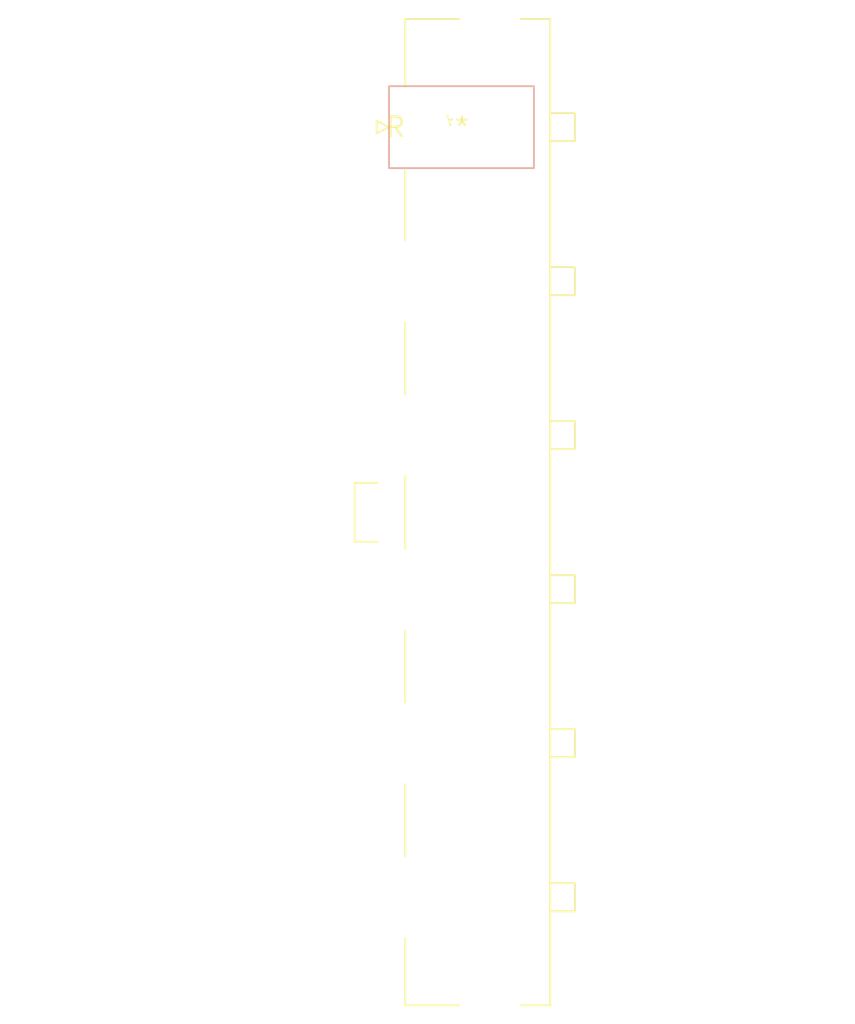
<source format=kicad_pcb>
(kicad_pcb (version 20240108) (generator pcbnew)
  (layers (0 "F.Cu" signal) (31 "B.Cu" signal) (34 "B.Paste" user) (35 "F.Paste" user) (36 "B.SilkS" user "B.Silkscreen") (37 "F.SilkS" user "F.Silkscreen") (38 "B.Mask" user) (39 "F.Mask" user) (44 "Edge.Cuts" user))
  (net 0 "")
  (footprint "Molex_Mini-Fit_Sr_42819-62XX_1x06_P10.00mm_Vertical" (layer "F.Cu") (at 0 0)
    (property "Reference" "REF**")
    (property "Value" "Molex_Mini-Fit_Sr_42819-62XX_1x06_P10.00mm_Vertical")
    (fp_line (start -2.51 -2.66) (end -2.51 2.66) (layer "B.SilkS") (stroke (width 0.12)))
    (fp_line (start -2.51 2.66) (end 6.91 2.66) (layer "B.SilkS") (stroke (width 0.12)))
    (fp_line (start 6.91 -2.66) (end -2.51 -2.66) (layer "B.SilkS") (stroke (width 0.12)))
    (fp_line (start 6.91 2.66) (end 6.91 -2.66) (layer "B.SilkS") (stroke (width 0.12)))
    (fp_line (start -4.75 23.09) (end -4.75 26.91) (layer "F.SilkS") (stroke (width 0.12)))
    (fp_line (start -4.75 26.91) (end -3.25 26.91) (layer "F.SilkS") (stroke (width 0.12)))
    (fp_line (start -3.31 -0.4) (end -3.31 0.4) (layer "F.SilkS") (stroke (width 0.12)))
    (fp_line (start -3.31 0.4) (end -2.51 0) (layer "F.SilkS") (stroke (width 0.12)))
    (fp_line (start -3.25 23.09) (end -4.75 23.09) (layer "F.SilkS") (stroke (width 0.12)))
    (fp_line (start -2.51 0) (end -3.31 -0.4) (layer "F.SilkS") (stroke (width 0.12)))
    (fp_line (start -1.45 -7.02) (end 2.05 -7.02) (layer "F.SilkS") (stroke (width 0.12)))
    (fp_line (start -1.45 -2.66) (end -1.45 -7.02) (layer "F.SilkS") (stroke (width 0.12)))
    (fp_line (start -1.45 2.66) (end -1.45 7.34) (layer "F.SilkS") (stroke (width 0.12)))
    (fp_line (start -1.45 12.66) (end -1.45 17.34) (layer "F.SilkS") (stroke (width 0.12)))
    (fp_line (start -1.45 22.66) (end -1.45 27.34) (layer "F.SilkS") (stroke (width 0.12)))
    (fp_line (start -1.45 32.66) (end -1.45 37.34) (layer "F.SilkS") (stroke (width 0.12)))
    (fp_line (start -1.45 42.66) (end -1.45 47.34) (layer "F.SilkS") (stroke (width 0.12)))
    (fp_line (start -1.45 52.66) (end -1.45 57.02) (layer "F.SilkS") (stroke (width 0.12)))
    (fp_line (start -1.45 57.02) (end 2.05 57.02) (layer "F.SilkS") (stroke (width 0.12)))
    (fp_line (start 6.05 -7.02) (end 7.97 -7.02) (layer "F.SilkS") (stroke (width 0.12)))
    (fp_line (start 6.05 57.02) (end 7.97 57.02) (layer "F.SilkS") (stroke (width 0.12)))
    (fp_line (start 7.97 -7.02) (end 7.97 25) (layer "F.SilkS") (stroke (width 0.12)))
    (fp_line (start 7.97 -0.91) (end 9.57 -0.91) (layer "F.SilkS") (stroke (width 0.12)))
    (fp_line (start 7.97 9.09) (end 9.57 9.09) (layer "F.SilkS") (stroke (width 0.12)))
    (fp_line (start 7.97 19.09) (end 9.57 19.09) (layer "F.SilkS") (stroke (width 0.12)))
    (fp_line (start 7.97 29.09) (end 9.57 29.09) (layer "F.SilkS") (stroke (width 0.12)))
    (fp_line (start 7.97 39.09) (end 9.57 39.09) (layer "F.SilkS") (stroke (width 0.12)))
    (fp_line (start 7.97 49.09) (end 9.57 49.09) (layer "F.SilkS") (stroke (width 0.12)))
    (fp_line (start 7.97 57.02) (end 7.97 25) (layer "F.SilkS") (stroke (width 0.12)))
    (fp_line (start 9.57 -0.91) (end 9.57 0.91) (layer "F.SilkS") (stroke (width 0.12)))
    (fp_line (start 9.57 0.91) (end 7.97 0.91) (layer "F.SilkS") (stroke (width 0.12)))
    (fp_line (start 9.57 9.09) (end 9.57 10.91) (layer "F.SilkS") (stroke (width 0.12)))
    (fp_line (start 9.57 10.91) (end 7.97 10.91) (layer "F.SilkS") (stroke (width 0.12)))
    (fp_line (start 9.57 19.09) (end 9.57 20.91) (layer "F.SilkS") (stroke (width 0.12)))
    (fp_line (start 9.57 20.91) (end 7.97 20.91) (layer "F.SilkS") (stroke (width 0.12)))
    (fp_line (start 9.57 29.09) (end 9.57 30.91) (layer "F.SilkS") (stroke (width 0.12)))
    (fp_line (start 9.57 30.91) (end 7.97 30.91) (layer "F.SilkS") (stroke (width 0.12)))
    (fp_line (start 9.57 39.09) (end 9.57 40.91) (layer "F.SilkS") (stroke (width 0.12)))
    (fp_line (start 9.57 40.91) (end 7.97 40.91) (layer "F.SilkS") (stroke (width 0.12)))
    (fp_line (start 9.57 49.09) (end 9.57 50.91) (layer "F.SilkS") (stroke (width 0.12)))
    (fp_line (start 9.57 50.91) (end 7.97 50.91) (layer "F.SilkS") (stroke (width 0.12)))
    (pad "" thru_hole circle (at 4.05 -5.73) (size 4 4) (drill 3) (layers *.Cu *.Mask) (remove_unused_layers))
    (pad "" thru_hole circle (at 4.05 55.73) (size 4 4) (drill 3) (layers *.Cu *.Mask) (remove_unused_layers))
    (pad "1" thru_hole rect (at 0 0) (size 4.5 4.8) (drill 2.8) (layers *.Cu *.Mask) (remove_unused_layers))
    (pad "1" thru_hole rect (at 4.4 0) (size 4.5 4.8) (drill 2.8) (layers *.Cu *.Mask) (remove_unused_layers))
    (pad "2" thru_hole rect (at 0 10) (size 4.5 4.8) (drill 2.8) (layers *.Cu *.Mask) (remove_unused_layers))
    (pad "2" thru_hole rect (at 4.4 10) (size 4.5 4.8) (drill 2.8) (layers *.Cu *.Mask) (remove_unused_layers))
    (pad "3" thru_hole rect (at 0 20) (size 4.5 4.8) (drill 2.8) (layers *.Cu *.Mask) (remove_unused_layers))
    (pad "3" thru_hole rect (at 4.4 20) (size 4.5 4.8) (drill 2.8) (layers *.Cu *.Mask) (remove_unused_layers))
    (pad "4" thru_hole rect (at 0 30) (size 4.5 4.8) (drill 2.8) (layers *.Cu *.Mask) (remove_unused_layers))
    (pad "4" thru_hole rect (at 4.4 30) (size 4.5 4.8) (drill 2.8) (layers *.Cu *.Mask) (remove_unused_layers))
    (pad "5" thru_hole rect (at 0 40) (size 4.5 4.8) (drill 2.8) (layers *.Cu *.Mask) (remove_unused_layers))
    (pad "5" thru_hole rect (at 4.4 40) (size 4.5 4.8) (drill 2.8) (layers *.Cu *.Mask) (remove_unused_layers))
    (pad "6" thru_hole rect (at 0 50) (size 4.5 4.8) (drill 2.8) (layers *.Cu *.Mask) (remove_unused_layers))
    (pad "6" thru_hole rect (at 4.4 50) (size 4.5 4.8) (drill 2.8) (layers *.Cu *.Mask) (remove_unused_layers))
  )
)
</source>
